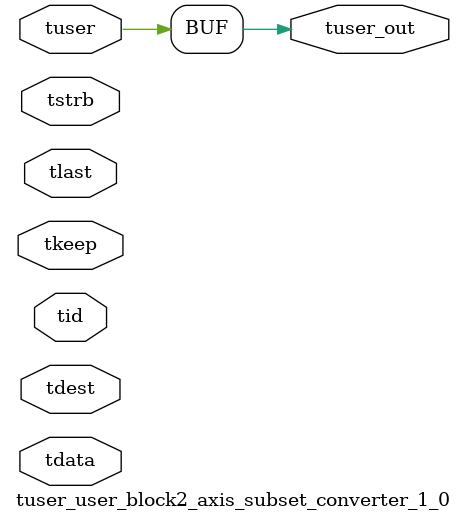
<source format=v>


`timescale 1ps/1ps

module tuser_user_block2_axis_subset_converter_1_0 #
(
parameter C_S_AXIS_TUSER_WIDTH = 1,
parameter C_S_AXIS_TDATA_WIDTH = 32,
parameter C_S_AXIS_TID_WIDTH   = 0,
parameter C_S_AXIS_TDEST_WIDTH = 0,
parameter C_M_AXIS_TUSER_WIDTH = 1
)
(
input  [(C_S_AXIS_TUSER_WIDTH == 0 ? 1 : C_S_AXIS_TUSER_WIDTH)-1:0     ] tuser,
input  [(C_S_AXIS_TDATA_WIDTH == 0 ? 1 : C_S_AXIS_TDATA_WIDTH)-1:0     ] tdata,
input  [(C_S_AXIS_TID_WIDTH   == 0 ? 1 : C_S_AXIS_TID_WIDTH)-1:0       ] tid,
input  [(C_S_AXIS_TDEST_WIDTH == 0 ? 1 : C_S_AXIS_TDEST_WIDTH)-1:0     ] tdest,
input  [(C_S_AXIS_TDATA_WIDTH/8)-1:0 ] tkeep,
input  [(C_S_AXIS_TDATA_WIDTH/8)-1:0 ] tstrb,
input                                                                    tlast,
output [C_M_AXIS_TUSER_WIDTH-1:0] tuser_out
);

assign tuser_out = {tuser[127:32],2'b0,tuser[29:0]};

endmodule


</source>
